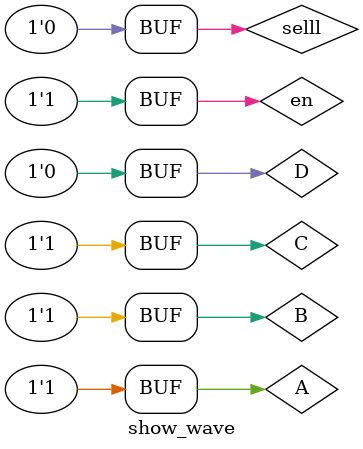
<source format=v>
`timescale 1ns/1ns
`include "D_FF.v"
`include "half_adder_.v"

module show_wave;
    reg A,B,C,D,en;

    wire OS, OC, O;

    half_adder_ hadder( .C(OC), .A(A), .S(OS), .B(B));


initial begin
    $dumpfile("show_wave.vcd"); 
    $dumpvars(0, show_wave);
    A=0; B=0; C=0;D=0; en=0;selll=0;
    #20
    A=1; B=1; C=1;D=1; en=0;selll=1;
    #20
    A=1; B=1; C=1;D=1; en=0;selll=2;
    #20
    A=1; B=1; C=1;D=1; en=0;selll=3;
    #20
    A=0; B=0; C=1;D=0; en=0;selll=0;
    #20
    A=0; B=1; C=0;D=0; en=1;selll=1;
    #20
    A=0; B=1; C=1;D=0; en=1;selll=2;
    #20
    A=1; B=0; C=0;D=1;en=1;selll=3;
    #20
    A=1; B=0; C=1;D=1;en=1;selll=0;
    #20
    A=1; B=1; C=0;D=1;en=1;selll=1;
    #20
    A=1; B=1; C=1;D=0;en=1;selll=2;
    #40
    $display("Test completed!");
end
endmodule

/*
iverilog -o show_wave.vvp show_wave.v; vvp show_wave.vvp; gtkwave show_wave.vcd
*/
</source>
